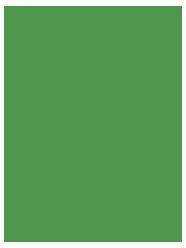
<source format=gbl>
G04*
G04 #@! TF.GenerationSoftware,Altium Limited,Altium Designer,21.4.1 (30)*
G04*
G04 Layer_Physical_Order=2*
G04 Layer_Color=16711680*
%FSAX44Y44*%
%MOMM*%
G71*
G04*
G04 #@! TF.SameCoordinates,5515323D-6680-48E9-B7F0-251E336EA752*
G04*
G04*
G04 #@! TF.FilePolarity,Positive*
G04*
G01*
G75*
G36*
X00150000Y00000047D02*
X00000898Y00000000D01*
X00000000Y00000898D01*
Y00200000D01*
X00150000D01*
Y00000047D01*
D02*
G37*
M02*

</source>
